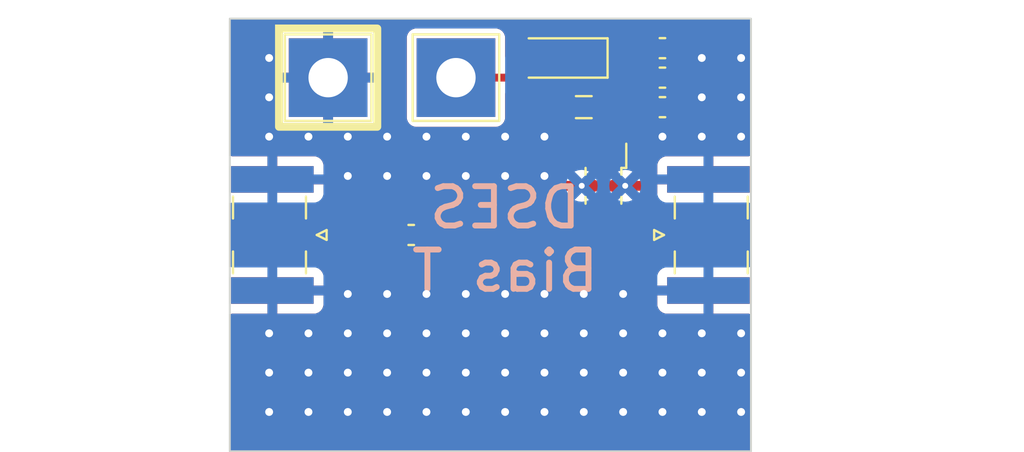
<source format=kicad_pcb>
(kicad_pcb (version 20221018) (generator pcbnew)
  (title_block (title "Bias T") (date "2023-06-22") (rev "1") (company "Deep Space Exploration Society") (comment 1 "Designed by Hans Gaensbauer"))
  (layers (0 "F.Cu" signal) (31 "B.Cu" signal) (34 "B.Paste" user) (35 "F.Paste" user) (36 "B.SilkS" user "B.Silkscreen") (37 "F.SilkS" user "F.Silkscreen") (38 "B.Mask" user) (39 "F.Mask" user) (44 "Edge.Cuts" user))
  (net 0 "")
  (net 1 "Net-(J3-In)")
  (net 2 "Net-(FL2-OUT)")
  (net 3 "Net-(D1-K)")
  (net 4 "GND")
  (net 5 "Net-(D1-A)")
  (net 6 "Net-(FL2-IN)")
  (footprint "Capacitor_SMD:C_0603_1608Metric" (layer "F.Cu") (at 132 111)
    (fp_text reference "C6" hide)
    (fp_text value "10n")
    (fp_line (start -0.14058 -0.51) (end 0.14058 -0.51) (stroke (width 0.12)) (layer "F.SilkS"))
    (fp_line (start -0.14058 0.51) (end 0.14058 0.51) (stroke (width 0.12)) (layer "F.SilkS"))
    (pad "1" smd roundrect (at -0.775 0) (size 0.9 0.95) (layers "F.Cu" "F.Paste" "F.Mask") (net 3 "Net-(D1-K)"))
    (pad "2" smd roundrect (at 0.775 0) (size 0.9 0.95) (layers "F.Cu" "F.Paste" "F.Mask") (net 4 "GND"))
  )
  (footprint "Capacitor_SMD:C_0603_1608Metric" (layer "F.Cu") (at 132 109.5)
    (fp_text reference "C2" hide)
    (fp_text value "1n")
    (fp_line (start -0.14058 -0.51) (end 0.14058 -0.51) (stroke (width 0.12)) (layer "F.SilkS"))
    (fp_line (start -0.14058 0.51) (end 0.14058 0.51) (stroke (width 0.12)) (layer "F.SilkS"))
    (pad "1" smd roundrect (at -0.775 0) (size 0.9 0.95) (layers "F.Cu" "F.Paste" "F.Mask") (net 3 "Net-(D1-K)"))
    (pad "2" smd roundrect (at 0.775 0) (size 0.9 0.95) (layers "F.Cu" "F.Paste" "F.Mask") (net 4 "GND"))
  )
  (footprint "Diode_SMD:D_SOD-123" (layer "F.Cu") (at 126.85 110 180)
    (fp_text reference "D1" hide)
    (fp_text value "D_Schottky")
    (fp_line (start -2.36 -1) (end -2.36 1) (stroke (width 0.12)) (layer "F.SilkS"))
    (fp_line (start -2.36 -1) (end 1.65 -1) (stroke (width 0.12)) (layer "F.SilkS"))
    (fp_line (start -2.36 1) (end 1.65 1) (stroke (width 0.12)) (layer "F.SilkS"))
    (pad "1" smd roundrect (at -1.65 0 180) (size 0.9 1.2) (layers "F.Cu" "F.Paste" "F.Mask") (net 3 "Net-(D1-K)"))
    (pad "2" smd roundrect (at 1.65 0 180) (size 0.9 1.2) (layers "F.Cu" "F.Paste" "F.Mask") (net 5 "Net-(D1-A)"))
  )
  (footprint "TestPoint:TestPoint_THTPad_4.0x4.0mm_Drill2.0mm" (layer "F.Cu") (at 121.5 111)
    (fp_text reference "TP1" hide)
    (fp_text value "TestPoint")
    (fp_line (start -2.2 -2.2) (end 2.2 -2.2) (stroke (width 0.12)) (layer "F.SilkS"))
    (fp_line (start -2.2 2.2) (end -2.2 -2.2) (stroke (width 0.12)) (layer "F.SilkS"))
    (fp_line (start 2.2 -2.2) (end 2.2 2.2) (stroke (width 0.12)) (layer "F.SilkS"))
    (fp_line (start 2.2 2.2) (end -2.2 2.2) (stroke (width 0.12)) (layer "F.SilkS"))
    (pad "1" thru_hole rect (at 0 0) (size 4 4) (drill 2) (layers "*.Cu" "*.Mask") (net 5 "Net-(D1-A)"))
  )
  (footprint "Filter:Filter_Mini-Circuits_FV1206" (layer "F.Cu") (at 129 116.5 -90)
    (fp_text reference "FL2" hide)
    (fp_text value "LFCN-490D")
    (fp_line (start -0.91 -1.16) (end -2.14 -1.16) (stroke (width 0.12)) (layer "F.SilkS"))
    (fp_line (start -0.91 -0.91) (end -0.91 -1.16) (stroke (width 0.12)) (layer "F.SilkS"))
    (fp_line (start -0.91 -0.91) (end -0.57 -0.91) (stroke (width 0.12)) (layer "F.SilkS"))
    (fp_line (start -0.91 0.91) (end -0.57 0.91) (stroke (width 0.12)) (layer "F.SilkS"))
    (fp_line (start 0.57 -0.91) (end 0.91 -0.91) (stroke (width 0.12)) (layer "F.SilkS"))
    (fp_line (start 0.57 0.91) (end 0.91 0.91) (stroke (width 0.12)) (layer "F.SilkS"))
    (pad "1" smd roundrect (at -1.625 0 270) (size 1.04 1.8) (layers "F.Cu" "F.Paste" "F.Mask") (roundrect_rratio 0.24) (net 6 "Net-(FL2-IN)"))
    (pad "2" smd roundrect (at 0 0.9275 270) (size 0.61 1.245) (layers "F.Cu" "F.Paste" "F.Mask") (net 4 "GND"))
    (pad "2" thru_hole circle (at 0 1.105 270) (size 0.61 0.61) (drill 0.3) (layers "*.Cu" "*.Mask") (net 4 "GND"))
    (pad "3" smd roundrect (at 1.625 0 270) (size 1.04 1.8) (layers "F.Cu" "F.Paste" "F.Mask") (roundrect_rratio 0.24) (net 2 "Net-(FL2-OUT)"))
    (pad "4" thru_hole circle (at 0 -1.105 270) (size 0.61 0.61) (drill 0.3) (layers "*.Cu" "*.Mask") (net 4 "GND"))
    (pad "4" smd roundrect (at 0 -0.9275 270) (size 0.61 1.245) (layers "F.Cu" "F.Paste" "F.Mask") (net 4 "GND"))
  )
  (footprint "Capacitor_SMD:C_0603_1608Metric" (layer "F.Cu") (at 119.225 119)
    (fp_text reference "C1" hide)
    (fp_text value "100p")
    (fp_line (start -0.14058 -0.51) (end 0.14058 -0.51) (stroke (width 0.12)) (layer "F.SilkS"))
    (fp_line (start -0.14058 0.51) (end 0.14058 0.51) (stroke (width 0.12)) (layer "F.SilkS"))
    (pad "1" smd roundrect (at -0.775 0) (size 0.9 0.95) (layers "F.Cu" "F.Paste" "F.Mask") (net 1 "Net-(J3-In)"))
    (pad "2" smd roundrect (at 0.775 0) (size 0.9 0.95) (layers "F.Cu" "F.Paste" "F.Mask") (net 2 "Net-(FL2-OUT)"))
  )
  (footprint "Connector_Coaxial:SMA_Samtec_SMA-J-P-X-ST-EM1_EdgeMount" (layer "F.Cu") (at 112.1625 119 -90)
    (fp_text reference "J3" hide)
    (fp_text value "Conn_Coaxial")
    (fp_line (start -1.95 -1.71) (end -0.84 -1.71) (stroke (width 0.12)) (layer "F.SilkS"))
    (fp_line (start -1.95 2) (end -0.84 2) (stroke (width 0.12)) (layer "F.SilkS"))
    (fp_line (start -0.25 -2.76) (end 0 -2.26) (stroke (width 0.12)) (layer "F.SilkS"))
    (fp_line (start 0 -2.26) (end 0.25 -2.76) (stroke (width 0.12)) (layer "F.SilkS"))
    (fp_line (start 0.25 -2.76) (end -0.25 -2.76) (stroke (width 0.12)) (layer "F.SilkS"))
    (fp_line (start 0.84 -1.71) (end 1.95 -1.71) (stroke (width 0.12)) (layer "F.SilkS"))
    (fp_line (start 0.84 2) (end 1.95 2) (stroke (width 0.12)) (layer "F.SilkS"))
    (pad "1" smd rect (at 0 0.2 270) (size 1.27 3.6) (layers "F.Cu" "F.Paste" "F.Mask") (net 1 "Net-(J3-In)"))
    (pad "2" smd rect (at -2.825 0 270) (size 1.35 4.2) (layers "F.Cu" "F.Paste" "F.Mask") (net 4 "GND"))
    (pad "2" smd rect (at -2.825 0 270) (size 1.35 4.2) (layers "B.Cu" "B.Paste" "B.Mask") (net 4 "GND"))
    (pad "2" smd rect (at 2.825 0 270) (size 1.35 4.2) (layers "F.Cu" "F.Paste" "F.Mask") (net 4 "GND"))
    (pad "2" smd rect (at 2.825 0 270) (size 1.35 4.2) (layers "B.Cu" "B.Paste" "B.Mask") (net 4 "GND"))
  )
  (footprint "TestPoint:TestPoint_THTPad_4.0x4.0mm_Drill2.0mm" (layer "F.Cu") (at 115 111)
    (fp_text reference "TP2" hide)
    (fp_text value "TestPoint")
    (fp_line (start -2.2 -2.2) (end 2.2 -2.2) (stroke (width 0.12)) (layer "F.SilkS"))
    (fp_line (start -2.2 2.2) (end -2.2 -2.2) (stroke (width 0.12)) (layer "F.SilkS"))
    (fp_line (start 2.2 -2.2) (end 2.2 2.2) (stroke (width 0.12)) (layer "F.SilkS"))
    (fp_line (start 2.2 2.2) (end -2.2 2.2) (stroke (width 0.12)) (layer "F.SilkS"))
    (pad "1" thru_hole rect (at 0 0) (size 4 4) (drill 2) (layers "*.Cu" "*.Mask") (net 4 "GND"))
  )
  (footprint "Connector_Coaxial:SMA_Samtec_SMA-J-P-X-ST-EM1_EdgeMount" (layer "F.Cu") (at 134.3375 119 90)
    (fp_text reference "J1" hide)
    (fp_text value "Conn_Coaxial")
    (fp_line (start -1.95 -1.71) (end -0.84 -1.71) (stroke (width 0.12)) (layer "F.SilkS"))
    (fp_line (start -1.95 2) (end -0.84 2) (stroke (width 0.12)) (layer "F.SilkS"))
    (fp_line (start -0.25 -2.76) (end 0 -2.26) (stroke (width 0.12)) (layer "F.SilkS"))
    (fp_line (start 0 -2.26) (end 0.25 -2.76) (stroke (width 0.12)) (layer "F.SilkS"))
    (fp_line (start 0.25 -2.76) (end -0.25 -2.76) (stroke (width 0.12)) (layer "F.SilkS"))
    (fp_line (start 0.84 -1.71) (end 1.95 -1.71) (stroke (width 0.12)) (layer "F.SilkS"))
    (fp_line (start 0.84 2) (end 1.95 2) (stroke (width 0.12)) (layer "F.SilkS"))
    (pad "1" smd rect (at 0 0.2 90) (size 1.27 3.6) (layers "F.Cu" "F.Paste" "F.Mask") (net 2 "Net-(FL2-OUT)"))
    (pad "2" smd rect (at -2.825 0 90) (size 1.35 4.2) (layers "F.Cu" "F.Paste" "F.Mask") (net 4 "GND"))
    (pad "2" smd rect (at -2.825 0 90) (size 1.35 4.2) (layers "B.Cu" "B.Paste" "B.Mask") (net 4 "GND"))
    (pad "2" smd rect (at 2.825 0 90) (size 1.35 4.2) (layers "F.Cu" "F.Paste" "F.Mask") (net 4 "GND"))
    (pad "2" smd rect (at 2.825 0 90) (size 1.35 4.2) (layers "B.Cu" "B.Paste" "B.Mask") (net 4 "GND"))
  )
  (footprint "Capacitor_SMD:C_0603_1608Metric" (layer "F.Cu") (at 132 112.5)
    (fp_text reference "C7" hide)
    (fp_text value "100n")
    (fp_line (start -0.14058 -0.51) (end 0.14058 -0.51) (stroke (width 0.12)) (layer "F.SilkS"))
    (fp_line (start -0.14058 0.51) (end 0.14058 0.51) (stroke (width 0.12)) (layer "F.SilkS"))
    (pad "1" smd roundrect (at -0.775 0) (size 0.9 0.95) (layers "F.Cu" "F.Paste" "F.Mask") (net 3 "Net-(D1-K)"))
    (pad "2" smd roundrect (at 0.775 0) (size 0.9 0.95) (layers "F.Cu" "F.Paste" "F.Mask") (net 4 "GND"))
  )
  (footprint "Inductor_SMD:L_0805_2012Metric" (layer "F.Cu") (at 128 112.5)
    (fp_text reference "FB1" hide)
    (fp_text value "FerriteBead_Small")
    (fp_line (start -0.399622 -0.56) (end 0.399622 -0.56) (stroke (width 0.12)) (layer "F.SilkS"))
    (fp_line (start -0.399622 0.56) (end 0.399622 0.56) (stroke (width 0.12)) (layer "F.SilkS"))
    (pad "1" smd roundrect (at -1.0625 0) (size 0.875 1.2) (layers "F.Cu" "F.Paste" "F.Mask") (net 3 "Net-(D1-K)"))
    (pad "2" smd roundrect (at 1.0625 0) (size 0.875 1.2) (layers "F.Cu" "F.Paste" "F.Mask") (net 6 "Net-(FL2-IN)"))
  )
  (gr_rect (start 112.5 108.5) (end 117.5 113.5) (stroke (width 0.4)) (fill none) (layer "F.SilkS"))
  (gr_rect (start 110 108) (end 136.5 130) (stroke (width 0.1)) (fill none) (layer "Edge.Cuts"))
  (gr_text "DSES\nBias T" (at 124 122) (layer "B.SilkS") (effects (font (size 2 2) (thickness 0.3)) (justify bottom mirror)))
  (segment (start 131.225 109.5) (end 130.725 109.5) (width 0.4) (layer "F.Cu") (net 3))
  (segment (start 128.5 111) (end 128.5 110) (width 0.4) (layer "F.Cu") (net 3))
  (segment (start 130.225 110) (end 128.5 110) (width 0.4) (layer "F.Cu") (net 3))
  (segment (start 130.725 109.5) (end 130.225 110) (width 0.4) (layer "F.Cu") (net 3))
  (segment (start 127.0625 112.4375) (end 128.5 111) (width 0.4) (layer "F.Cu") (net 3))
  (segment (start 131.225 112.5) (end 131.225 109.5) (width 0.4) (layer "F.Cu") (net 3))
  (via (at 114 124) (size 0.8) (drill 0.4) (layers "F.Cu" "B.Cu") (net 4))
  (via (at 124 114) (size 0.8) (drill 0.4) (layers "F.Cu" "B.Cu") (net 4))
  (via (at 112 114) (size 0.8) (drill 0.4) (layers "F.Cu" "B.Cu") (net 4))
  (via (at 120 126) (size 0.8) (drill 0.4) (layers "F.Cu" "B.Cu") (net 4))
  (via (at 118 126) (size 0.8) (drill 0.4) (layers "F.Cu" "B.Cu") (net 4))
  (via (at 128 126) (size 0.8) (drill 0.4) (layers "F.Cu" "B.Cu") (net 4))
  (via (at 132 128) (size 0.8) (drill 0.4) (layers "F.Cu" "B.Cu") (net 4))
  (via (at 130 122) (size 0.8) (drill 0.4) (layers "F.Cu" "B.Cu") (net 4))
  (via (at 128 128) (size 0.8) (drill 0.4) (layers "F.Cu" "B.Cu") (net 4))
  (via (at 136 128) (size 0.8) (drill 0.4) (layers "F.Cu" "B.Cu") (net 4))
  (via (at 136 126) (size 0.8) (drill 0.4) (layers "F.Cu" "B.Cu") (net 4))
  (via (at 118 122) (size 0.8) (drill 0.4) (layers "F.Cu" "B.Cu") (net 4))
  (via (at 134 112) (size 0.8) (drill 0.4) (layers "F.Cu" "B.Cu") (net 4))
  (via (at 126 116) (size 0.8) (drill 0.4) (layers "F.Cu" "B.Cu") (net 4))
  (via (at 128 124) (size 0.8) (drill 0.4) (layers "F.Cu" "B.Cu") (net 4))
  (via (at 136 110) (size 0.8) (drill 0.4) (layers "F.Cu" "B.Cu") (net 4))
  (via (at 116 128) (size 0.8) (drill 0.4) (layers "F.Cu" "B.Cu") (net 4))
  (via (at 120 124) (size 0.8) (drill 0.4) (layers "F.Cu" "B.Cu") (net 4))
  (via (at 124 124) (size 0.8) (drill 0.4) (layers "F.Cu" "B.Cu") (net 4))
  (via (at 134 124) (size 0.8) (drill 0.4) (layers "F.Cu" "B.Cu") (net 4))
  (via (at 134 128) (size 0.8) (drill 0.4) (layers "F.Cu" "B.Cu") (net 4))
  (via (at 134 110) (size 0.8) (drill 0.4) (layers "F.Cu" "B.Cu") (net 4))
  (via (at 134 114) (size 0.8) (drill 0.4) (layers "F.Cu" "B.Cu") (net 4))
  (via (at 122 116) (size 0.8) (drill 0.4) (layers "F.Cu" "B.Cu") (net 4))
  (via (at 132 124) (size 0.8) (drill 0.4) (layers "F.Cu" "B.Cu") (net 4))
  (via (at 124 126) (size 0.8) (drill 0.4) (layers "F.Cu" "B.Cu") (net 4))
  (via (at 112 110) (size 0.8) (drill 0.4) (layers "F.Cu" "B.Cu") (net 4))
  (via (at 120 122) (size 0.8) (drill 0.4) (layers "F.Cu" "B.Cu") (net 4))
  (via (at 114 126) (size 0.8) (drill 0.4) (layers "F.Cu" "B.Cu") (net 4))
  (via (at 116 114) (size 0.8) (drill 0.4) (layers "F.Cu" "B.Cu") (net 4))
  (via (at 124 116) (size 0.8) (drill 0.4) (layers "F.Cu" "B.Cu") (net 4))
  (via (at 128 122) (size 0.8) (drill 0.4) (layers "F.Cu" "B.Cu") (net 4))
  (via (at 120 114) (size 0.8) (drill 0.4) (layers "F.Cu" "B.Cu") (net 4))
  (via (at 134 126) (size 0.8) (drill 0.4) (layers "F.Cu" "B.Cu") (net 4))
  (via (at 130 126) (size 0.8) (drill 0.4) (layers "F.Cu" "B.Cu") (net 4))
  (via (at 126 114) (size 0.8) (drill 0.4) (layers "F.Cu" "B.Cu") (net 4))
  (via (at 126 122) (size 0.8) (drill 0.4) (layers "F.Cu" "B.Cu") (net 4))
  (via (at 112 126) (size 0.8) (drill 0.4) (layers "F.Cu" "B.Cu") (net 4))
  (via (at 112 124) (size 0.8) (drill 0.4) (layers "F.Cu" "B.Cu") (net 4))
  (via (at 114 114) (size 0.8) (drill 0.4) (layers "F.Cu" "B.Cu") (net 4))
  (via (at 118 128) (size 0.8) (drill 0.4) (layers "F.Cu" "B.Cu") (net 4))
  (via (at 118 124) (size 0.8) (drill 0.4) (layers "F.Cu" "B.Cu") (net 4))
  (via (at 132 114) (size 0.8) (drill 0.4) (layers "F.Cu" "B.Cu") (net 4))
  (via (at 116 124) (size 0.8) (drill 0.4) (layers "F.Cu" "B.Cu") (net 4))
  (via (at 114 128) (size 0.8) (drill 0.4) (layers "F.Cu" "B.Cu") (net 4))
  (via (at 122 126) (size 0.8) (drill 0.4) (layers "F.Cu" "B.Cu") (net 4))
  (via (at 112 112) (size 0.8) (drill 0.4) (layers "F.Cu" "B.Cu") (net 4))
  (via (at 120 116) (size 0.8) (drill 0.4) (layers "F.Cu" "B.Cu") (net 4))
  (via (at 124 122) (size 0.8) (drill 0.4) (layers "F.Cu" "B.Cu") (net 4))
  (via (at 122 114) (size 0.8) (drill 0.4) (layers "F.Cu" "B.Cu") (net 4))
  (via (at 136 124) (size 0.8) (drill 0.4) (layers "F.Cu" "B.Cu") (net 4))
  (via (at 116 116) (size 0.8) (drill 0.4) (layers "F.Cu" "B.Cu") (net 4))
  (via (at 126 124) (size 0.8) (drill 0.4) (layers "F.Cu" "B.Cu") (net 4))
  (via (at 118 114) (size 0.8) (drill 0.4) (layers "F.Cu" "B.Cu") (net 4))
  (via (at 136 112) (size 0.8) (drill 0.4) (layers "F.Cu" "B.Cu") (net 4))
  (via (at 130 128) (size 0.8) (drill 0.4) (layers "F.Cu" "B.Cu") (net 4))
  (via (at 126 126) (size 0.8) (drill 0.4) (layers "F.Cu" "B.Cu") (net 4))
  (via (at 132 126) (size 0.8) (drill 0.4) (layers "F.Cu" "B.Cu") (net 4))
  (via (at 122 122) (size 0.8) (drill 0.4) (layers "F.Cu" "B.Cu") (net 4))
  (via (at 122 124) (size 0.8) (drill 0.4) (layers "F.Cu" "B.Cu") (net 4))
  (via (at 136 114) (size 0.8) (drill 0.4) (layers "F.Cu" "B.Cu") (net 4))
  (via (at 126 128) (size 0.8) (drill 0.4) (layers "F.Cu" "B.Cu") (net 4))
  (via (at 130 124) (size 0.8) (drill 0.4) (layers "F.Cu" "B.Cu") (net 4))
  (via (at 116 126) (size 0.8) (drill 0.4) (layers "F.Cu" "B.Cu") (net 4))
  (via (at 124 128) (size 0.8) (drill 0.4) (layers "F.Cu" "B.Cu") (net 4))
  (via (at 112 128) (size 0.8) (drill 0.4) (layers "F.Cu" "B.Cu") (net 4))
  (via (at 116 122) (size 0.8) (drill 0.4) (layers "F.Cu" "B.Cu") (net 4))
  (via (at 122 128) (size 0.8) (drill 0.4) (layers "F.Cu" "B.Cu") (net 4))
  (via (at 120 128) (size 0.8) (drill 0.4) (layers "F.Cu" "B.Cu") (net 4))
  (via (at 118 116) (size 0.8) (drill 0.4) (layers "F.Cu" "B.Cu") (net 4))
  (segment (start 124.2 111) (end 121.5 111) (width 0.4) (layer "F.Cu") (net 5))
  (segment (start 125.2 110) (end 124.2 111) (width 0.4) (layer "F.Cu") (net 5))
  (segment (start 129 114.875) (end 129 112.5625) (width 0.4) (layer "F.Cu") (net 6))
  (segment (start 129 112.5625) (end 129.0625 112.5) (width 0.4) (layer "F.Cu") (net 6))
  (zone (net 3) (net_name "Net-(D1-K)") (layer "F.Cu") (priority 2) (connect_pads yes (clearance 0.5)) (min_thickness 0.25) (fill yes (thermal_gap 0.5) (thermal_bridge_width 0.5))
    (polygon (pts (xy 128 109) (xy 130 109) (xy 130.5 108.5) (xy 132 108.5) (xy 132 113.5) (xy 130.5 113.5) (xy 130.5 111.5) (xy 130 111) (xy 128 111)))
  )
  (zone (net 1) (net_name "Net-(J3-In)") (layer "F.Cu") (priority 1) (connect_pads yes (clearance 0.5)) (min_thickness 0.25) (fill yes (thermal_gap 0.5) (thermal_bridge_width 0.5))
    (polygon (pts (xy 110.5 118) (xy 114.5 118) (xy 114.5 117.5) (xy 118.5 117.5) (xy 118.5 121) (xy 114.5 121) (xy 114.5 120) (xy 110.5 120)))
  )
  (zone (net 2) (net_name "Net-(FL2-OUT)") (layer "F.Cu") (priority 1) (connect_pads yes (clearance 0.5)) (min_thickness 0.25) (fill yes (thermal_gap 0.5) (thermal_bridge_width 0.5))
    (polygon (pts (xy 134.5 117.5) (xy 132 117.5) (xy 119.5 117.5) (xy 119.5 121) (xy 132 121) (xy 132 120.5) (xy 134.5 120.5)))
  )
  (zone (net 4) (net_name "GND") (layers "F&B.Cu") (connect_pads (clearance 0.5)) (min_thickness 0.25) (fill yes (thermal_gap 0.5) (thermal_bridge_width 0.5))
    (polygon (pts (xy 110 108) (xy 136.5 108) (xy 136.5 130) (xy 110 130)))
  )
)
</source>
